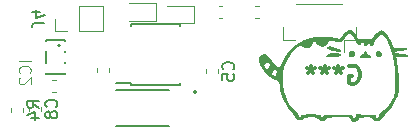
<source format=gbr>
%TF.GenerationSoftware,KiCad,Pcbnew,(5.99.0-3299-gfc1665ff2)*%
%TF.CreationDate,2020-09-21T16:58:29+07:00*%
%TF.ProjectId,smart_wristband,736d6172-745f-4777-9269-737462616e64,rev?*%
%TF.SameCoordinates,Original*%
%TF.FileFunction,Legend,Bot*%
%TF.FilePolarity,Positive*%
%FSLAX46Y46*%
G04 Gerber Fmt 4.6, Leading zero omitted, Abs format (unit mm)*
G04 Created by KiCad (PCBNEW (5.99.0-3299-gfc1665ff2)) date 2020-09-21 16:58:29*
%MOMM*%
%LPD*%
G01*
G04 APERTURE LIST*
%ADD10C,0.300000*%
%ADD11C,0.150000*%
%ADD12C,0.015000*%
%ADD13C,0.120000*%
%ADD14C,0.127000*%
%ADD15C,0.200000*%
%ADD16C,0.152400*%
G04 APERTURE END LIST*
D10*
%TO.C,G\u002A\u002A\u002A*%
X140842571Y-96738000D02*
X140987714Y-96665428D01*
X141205428Y-96665428D01*
X141423142Y-96738000D01*
X141568285Y-96883142D01*
X141640857Y-97028285D01*
X141713428Y-97318571D01*
X141713428Y-97536285D01*
X141640857Y-97826571D01*
X141568285Y-97971714D01*
X141423142Y-98116857D01*
X141205428Y-98189428D01*
X141060285Y-98189428D01*
X140842571Y-98116857D01*
X140770000Y-98044285D01*
X140770000Y-97536285D01*
X141060285Y-97536285D01*
X139899142Y-96665428D02*
X139899142Y-97028285D01*
X140262000Y-96883142D02*
X139899142Y-97028285D01*
X139536285Y-96883142D01*
X140116857Y-97318571D02*
X139899142Y-97028285D01*
X139681428Y-97318571D01*
X138738000Y-96665428D02*
X138738000Y-97028285D01*
X139100857Y-96883142D02*
X138738000Y-97028285D01*
X138375142Y-96883142D01*
X138955714Y-97318571D02*
X138738000Y-97028285D01*
X138520285Y-97318571D01*
X137576857Y-96665428D02*
X137576857Y-97028285D01*
X137939714Y-96883142D02*
X137576857Y-97028285D01*
X137214000Y-96883142D01*
X137794571Y-97318571D02*
X137576857Y-97028285D01*
X137359142Y-97318571D01*
D11*
%TO.C,R4*%
X114557380Y-100233333D02*
X114081190Y-99900000D01*
X114557380Y-99661904D02*
X113557380Y-99661904D01*
X113557380Y-100042857D01*
X113605000Y-100138095D01*
X113652619Y-100185714D01*
X113747857Y-100233333D01*
X113890714Y-100233333D01*
X113985952Y-100185714D01*
X114033571Y-100138095D01*
X114081190Y-100042857D01*
X114081190Y-99661904D01*
X113890714Y-101090476D02*
X114557380Y-101090476D01*
X113509761Y-100852380D02*
X114224047Y-100614285D01*
X114224047Y-101233333D01*
%TO.C,J4*%
X114997619Y-93033333D02*
X114283333Y-93033333D01*
X114140476Y-93080952D01*
X114045238Y-93176190D01*
X113997619Y-93319047D01*
X113997619Y-93414285D01*
X114664285Y-92128571D02*
X113997619Y-92128571D01*
X115045238Y-92366666D02*
X114330952Y-92604761D01*
X114330952Y-91985714D01*
%TO.C,C5*%
X130987142Y-96983333D02*
X131034761Y-96935714D01*
X131082380Y-96792857D01*
X131082380Y-96697619D01*
X131034761Y-96554761D01*
X130939523Y-96459523D01*
X130844285Y-96411904D01*
X130653809Y-96364285D01*
X130510952Y-96364285D01*
X130320476Y-96411904D01*
X130225238Y-96459523D01*
X130130000Y-96554761D01*
X130082380Y-96697619D01*
X130082380Y-96792857D01*
X130130000Y-96935714D01*
X130177619Y-96983333D01*
X130082380Y-97888095D02*
X130082380Y-97411904D01*
X130558571Y-97364285D01*
X130510952Y-97411904D01*
X130463333Y-97507142D01*
X130463333Y-97745238D01*
X130510952Y-97840476D01*
X130558571Y-97888095D01*
X130653809Y-97935714D01*
X130891904Y-97935714D01*
X130987142Y-97888095D01*
X131034761Y-97840476D01*
X131082380Y-97745238D01*
X131082380Y-97507142D01*
X131034761Y-97411904D01*
X130987142Y-97364285D01*
D12*
%TO.C,IC2*%
X113862380Y-96243809D02*
X112862380Y-96243809D01*
X113767142Y-97291428D02*
X113814761Y-97243809D01*
X113862380Y-97100952D01*
X113862380Y-97005714D01*
X113814761Y-96862857D01*
X113719523Y-96767619D01*
X113624285Y-96720000D01*
X113433809Y-96672380D01*
X113290952Y-96672380D01*
X113100476Y-96720000D01*
X113005238Y-96767619D01*
X112910000Y-96862857D01*
X112862380Y-97005714D01*
X112862380Y-97100952D01*
X112910000Y-97243809D01*
X112957619Y-97291428D01*
X112957619Y-97672380D02*
X112910000Y-97720000D01*
X112862380Y-97815238D01*
X112862380Y-98053333D01*
X112910000Y-98148571D01*
X112957619Y-98196190D01*
X113052857Y-98243809D01*
X113148095Y-98243809D01*
X113290952Y-98196190D01*
X113862380Y-97624761D01*
X113862380Y-98243809D01*
D11*
%TO.C,C8*%
X116012142Y-100158333D02*
X116059761Y-100110714D01*
X116107380Y-99967857D01*
X116107380Y-99872619D01*
X116059761Y-99729761D01*
X115964523Y-99634523D01*
X115869285Y-99586904D01*
X115678809Y-99539285D01*
X115535952Y-99539285D01*
X115345476Y-99586904D01*
X115250238Y-99634523D01*
X115155000Y-99729761D01*
X115107380Y-99872619D01*
X115107380Y-99967857D01*
X115155000Y-100110714D01*
X115202619Y-100158333D01*
X115535952Y-100729761D02*
X115488333Y-100634523D01*
X115440714Y-100586904D01*
X115345476Y-100539285D01*
X115297857Y-100539285D01*
X115202619Y-100586904D01*
X115155000Y-100634523D01*
X115107380Y-100729761D01*
X115107380Y-100920238D01*
X115155000Y-101015476D01*
X115202619Y-101063095D01*
X115297857Y-101110714D01*
X115345476Y-101110714D01*
X115440714Y-101063095D01*
X115488333Y-101015476D01*
X115535952Y-100920238D01*
X115535952Y-100729761D01*
X115583571Y-100634523D01*
X115631190Y-100586904D01*
X115726428Y-100539285D01*
X115916904Y-100539285D01*
X116012142Y-100586904D01*
X116059761Y-100634523D01*
X116107380Y-100729761D01*
X116107380Y-100920238D01*
X116059761Y-101015476D01*
X116012142Y-101063095D01*
X115916904Y-101110714D01*
X115726428Y-101110714D01*
X115631190Y-101063095D01*
X115583571Y-101015476D01*
X115535952Y-100920238D01*
%TO.C,G\u002A\u002A\u002A*%
G36*
X141153251Y-95436964D02*
G01*
X141195656Y-95456933D01*
X141293639Y-95576820D01*
X141326354Y-95738059D01*
X141277316Y-95881574D01*
X141163169Y-95955322D01*
X140992191Y-95968585D01*
X140846200Y-95899800D01*
X140784512Y-95806749D01*
X140775105Y-95653386D01*
X140848675Y-95517649D01*
X140982348Y-95434016D01*
X141153251Y-95436964D01*
G37*
G36*
X139677250Y-95609293D02*
G01*
X139903884Y-95623053D01*
X140032536Y-95645926D01*
X140090045Y-95686597D01*
X140103250Y-95753750D01*
X140102976Y-95766608D01*
X140083598Y-95828441D01*
X140015094Y-95868322D01*
X139871537Y-95895193D01*
X139627000Y-95917996D01*
X139539231Y-95924758D01*
X139253104Y-95943515D01*
X139065860Y-95946238D01*
X138955446Y-95930438D01*
X138899811Y-95893625D01*
X138876904Y-95833310D01*
X138906750Y-95731047D01*
X139050356Y-95653446D01*
X139301951Y-95611782D01*
X139653749Y-95608312D01*
X139677250Y-95609293D01*
G37*
G36*
X143507941Y-95480861D02*
G01*
X143605031Y-95602370D01*
X143627108Y-95753508D01*
X143551300Y-95899800D01*
X143430307Y-95963607D01*
X143258730Y-95962388D01*
X143120185Y-95881574D01*
X143094613Y-95841218D01*
X143073504Y-95685613D01*
X143128878Y-95531169D01*
X143244250Y-95436964D01*
X143358710Y-95423460D01*
X143507941Y-95480861D01*
G37*
G36*
X139478861Y-95083549D02*
G01*
X139736834Y-95137202D01*
X139998441Y-95225572D01*
X140138986Y-95327676D01*
X140155733Y-95442063D01*
X140096284Y-95507145D01*
X139951399Y-95507859D01*
X139836778Y-95484832D01*
X139624259Y-95444129D01*
X139384059Y-95399565D01*
X139196492Y-95357068D01*
X139002596Y-95277144D01*
X138928773Y-95182345D01*
X138978304Y-95075296D01*
X139040584Y-95048179D01*
X139206250Y-95046196D01*
X139478861Y-95083549D01*
G37*
G36*
X142285041Y-95461736D02*
G01*
X142345530Y-95575220D01*
X142378526Y-95660454D01*
X142503632Y-95733970D01*
X142563947Y-95750871D01*
X142651442Y-95834792D01*
X142651855Y-95941680D01*
X142556504Y-96023927D01*
X142461429Y-96046162D01*
X142268007Y-96059829D01*
X142055800Y-96052353D01*
X141873153Y-96026193D01*
X141768413Y-95983812D01*
X141763831Y-95979011D01*
X141731520Y-95870483D01*
X141788147Y-95767684D01*
X141906591Y-95722000D01*
X141988410Y-95698625D01*
X142051459Y-95579125D01*
X142086367Y-95490611D01*
X142181805Y-95433757D01*
X142285041Y-95461736D01*
G37*
G36*
X144926371Y-99214500D02*
G01*
X144726157Y-99700678D01*
X144414976Y-100187022D01*
X144022741Y-100614838D01*
X144007030Y-100629229D01*
X143816851Y-100818910D01*
X143658121Y-101003023D01*
X143563805Y-101143591D01*
X143522036Y-101220266D01*
X143413608Y-101322600D01*
X143237713Y-101361024D01*
X143154419Y-101364824D01*
X143001681Y-101331893D01*
X142879519Y-101218149D01*
X142829978Y-101159945D01*
X142754427Y-101103141D01*
X142646091Y-101071916D01*
X142473575Y-101058720D01*
X142205487Y-101056000D01*
X142130689Y-101056486D01*
X141883319Y-101066825D01*
X141718750Y-101088683D01*
X141659000Y-101119500D01*
X141625231Y-101196275D01*
X141532000Y-101310000D01*
X141497893Y-101341382D01*
X141310836Y-101431165D01*
X141121983Y-101398841D01*
X140950460Y-101246500D01*
X140809617Y-101056000D01*
X139892215Y-101056000D01*
X139725956Y-101056088D01*
X139413756Y-101058132D01*
X139196541Y-101065463D01*
X139051819Y-101081436D01*
X138957098Y-101109406D01*
X138889885Y-101152725D01*
X138827689Y-101214750D01*
X138821773Y-101221022D01*
X138681032Y-101328924D01*
X138547501Y-101373500D01*
X138542129Y-101373376D01*
X138406640Y-101324772D01*
X138267312Y-101214750D01*
X138210857Y-101158407D01*
X138126342Y-101102989D01*
X138010080Y-101072166D01*
X137830334Y-101058862D01*
X137555369Y-101056000D01*
X137418944Y-101056541D01*
X137190151Y-101063658D01*
X137047910Y-101083430D01*
X136964259Y-101121373D01*
X136911237Y-101182999D01*
X136791522Y-101277118D01*
X136623332Y-101298256D01*
X136450623Y-101254808D01*
X136315858Y-101157593D01*
X136261500Y-101017432D01*
X136261478Y-101016407D01*
X136217419Y-100931314D01*
X136105220Y-100789898D01*
X135948676Y-100622223D01*
X135922705Y-100595609D01*
X135683042Y-100293704D01*
X135452619Y-99913071D01*
X135246622Y-99488298D01*
X135080235Y-99053974D01*
X134968642Y-98644687D01*
X134927028Y-98295026D01*
X134920346Y-98169060D01*
X134886494Y-98069850D01*
X134803531Y-97983825D01*
X134649478Y-97888661D01*
X134402358Y-97762029D01*
X134281431Y-97698143D01*
X134137328Y-97598228D01*
X135191852Y-97598228D01*
X135205773Y-97912750D01*
X135215397Y-98051492D01*
X135248340Y-98375878D01*
X135291310Y-98674594D01*
X135337529Y-98897000D01*
X135458524Y-99262218D01*
X135670625Y-99722280D01*
X135925278Y-100130735D01*
X136201510Y-100449887D01*
X136367165Y-100619079D01*
X136493136Y-100774734D01*
X136550304Y-100881355D01*
X136584996Y-101005376D01*
X136633966Y-101030008D01*
X136703090Y-100934438D01*
X136732720Y-100888575D01*
X136785182Y-100848753D01*
X136876400Y-100823430D01*
X137028433Y-100809360D01*
X137263340Y-100803299D01*
X137603180Y-100802000D01*
X137893657Y-100802799D01*
X138142853Y-100807605D01*
X138303615Y-100819531D01*
X138396974Y-100841675D01*
X138443960Y-100877132D01*
X138465601Y-100929000D01*
X138511417Y-101029972D01*
X138579438Y-101040347D01*
X138643180Y-100927645D01*
X138648176Y-100912866D01*
X138671142Y-100872292D01*
X138717313Y-100843200D01*
X138803985Y-100824064D01*
X138948451Y-100813355D01*
X139168010Y-100809546D01*
X139479956Y-100811110D01*
X139901585Y-100816520D01*
X140138239Y-100819932D01*
X140499148Y-100826272D01*
X140759064Y-100834291D01*
X140935009Y-100846190D01*
X141044007Y-100864171D01*
X141103079Y-100890437D01*
X141129250Y-100927187D01*
X141139542Y-100976625D01*
X141152421Y-101031893D01*
X141218818Y-101111618D01*
X141302522Y-101086376D01*
X141368036Y-100958918D01*
X141408339Y-100798337D01*
X142248045Y-100816043D01*
X142294656Y-100817031D01*
X142621141Y-100825106D01*
X142843734Y-100835451D01*
X142983079Y-100851921D01*
X143059816Y-100878371D01*
X143094590Y-100918654D01*
X143108042Y-100976625D01*
X143150077Y-101092884D01*
X143218764Y-101117792D01*
X143282152Y-101049496D01*
X143310000Y-100899540D01*
X143321935Y-100843186D01*
X143425679Y-100709146D01*
X143642545Y-100544998D01*
X143754144Y-100464279D01*
X144077381Y-100148135D01*
X144364691Y-99744944D01*
X144593528Y-99284584D01*
X144611423Y-99239153D01*
X144659669Y-99099478D01*
X144693485Y-98955807D01*
X144715243Y-98783544D01*
X144727314Y-98558094D01*
X144732068Y-98254861D01*
X144731875Y-97849250D01*
X144730933Y-97668160D01*
X144725981Y-97300001D01*
X144714369Y-97013069D01*
X144692477Y-96774865D01*
X144656681Y-96552889D01*
X144603362Y-96314641D01*
X144528898Y-96027623D01*
X144502600Y-95930671D01*
X144338901Y-95381909D01*
X144172461Y-94912001D01*
X144007717Y-94530276D01*
X143849108Y-94246064D01*
X143701069Y-94068696D01*
X143568040Y-94007499D01*
X143514434Y-94022276D01*
X143380152Y-94116691D01*
X143225973Y-94270049D01*
X143080433Y-94449111D01*
X142972067Y-94620638D01*
X142929410Y-94751390D01*
X142887052Y-94878030D01*
X142769932Y-94971522D01*
X142627375Y-94977877D01*
X142585138Y-94944522D01*
X142548000Y-94831455D01*
X142538632Y-94764188D01*
X142484500Y-94674249D01*
X142445804Y-94677130D01*
X142421000Y-94763518D01*
X142379586Y-94880547D01*
X142261181Y-94971318D01*
X142119375Y-94977877D01*
X142077138Y-94944522D01*
X142040000Y-94831455D01*
X142039413Y-94809278D01*
X142000831Y-94693533D01*
X141926492Y-94687510D01*
X141850953Y-94797428D01*
X141772144Y-94926581D01*
X141665233Y-94954485D01*
X141546180Y-94864132D01*
X141423748Y-94658375D01*
X141368953Y-94546731D01*
X141219506Y-94296029D01*
X141065976Y-94101213D01*
X140926100Y-93982692D01*
X140817614Y-93960875D01*
X140816687Y-93961242D01*
X140728781Y-94031100D01*
X140597144Y-94174291D01*
X140449909Y-94360258D01*
X140363984Y-94475719D01*
X140249729Y-94614719D01*
X140159629Y-94682066D01*
X140061006Y-94697591D01*
X139921183Y-94681124D01*
X139756086Y-94656212D01*
X139469871Y-94615044D01*
X139276980Y-94595457D01*
X139155081Y-94599849D01*
X139081841Y-94630617D01*
X139034925Y-94690158D01*
X138992000Y-94780869D01*
X138948925Y-94857987D01*
X138783489Y-95008720D01*
X138576007Y-95070089D01*
X138360174Y-95043737D01*
X138169686Y-94931303D01*
X138038238Y-94734429D01*
X138010603Y-94674804D01*
X137918747Y-94588003D01*
X137827596Y-94618945D01*
X137764247Y-94764642D01*
X137707122Y-94925322D01*
X137551431Y-95105195D01*
X137339953Y-95198816D01*
X137103761Y-95195077D01*
X136873927Y-95082873D01*
X136789688Y-95021715D01*
X136705099Y-94992254D01*
X136609294Y-95017468D01*
X136473412Y-95106139D01*
X136268590Y-95267048D01*
X136083943Y-95438325D01*
X135789965Y-95810822D01*
X135533699Y-96262847D01*
X135333639Y-96764770D01*
X135281837Y-96931675D01*
X135235092Y-97114473D01*
X135224527Y-97155788D01*
X135196318Y-97361940D01*
X135191852Y-97598228D01*
X134137328Y-97598228D01*
X133923179Y-97449747D01*
X133828128Y-97349960D01*
X134332237Y-97349960D01*
X134373048Y-97419396D01*
X134425162Y-97458535D01*
X134543425Y-97521074D01*
X134613931Y-97481433D01*
X134669055Y-97329813D01*
X134687964Y-97255159D01*
X134701280Y-97114473D01*
X134656613Y-97043410D01*
X134639091Y-97032481D01*
X134556482Y-96999918D01*
X134490156Y-97041029D01*
X134402615Y-97175283D01*
X134368390Y-97236632D01*
X134332237Y-97349960D01*
X133828128Y-97349960D01*
X133616761Y-97128064D01*
X133335039Y-96706250D01*
X133272426Y-96587941D01*
X133601977Y-96587941D01*
X133625650Y-96649404D01*
X133705206Y-96763457D01*
X133830390Y-96922602D01*
X133999508Y-96746081D01*
X134036754Y-96706916D01*
X134119245Y-96605503D01*
X134121834Y-96539007D01*
X134052608Y-96464564D01*
X133988154Y-96416588D01*
X133900822Y-96403400D01*
X133783248Y-96457147D01*
X133603136Y-96586599D01*
X133601977Y-96587941D01*
X133272426Y-96587941D01*
X133260841Y-96566053D01*
X133162854Y-96267687D01*
X133177921Y-96018944D01*
X133305864Y-95814363D01*
X133395176Y-95735952D01*
X133577864Y-95652535D01*
X133760468Y-95683243D01*
X133952591Y-95831271D01*
X134163836Y-96099813D01*
X134309744Y-96296839D01*
X134491856Y-96509508D01*
X134520971Y-96539007D01*
X134671028Y-96691047D01*
X134823444Y-96817522D01*
X134925286Y-96864999D01*
X134938308Y-96860040D01*
X134996610Y-96777935D01*
X135057783Y-96626875D01*
X135116261Y-96459322D01*
X135376165Y-95916826D01*
X135717897Y-95429810D01*
X136123358Y-95021107D01*
X136574447Y-94713550D01*
X137000175Y-94511429D01*
X137472416Y-94351877D01*
X137964321Y-94259451D01*
X138499373Y-94231565D01*
X139101058Y-94265630D01*
X139792858Y-94359062D01*
X139804346Y-94360942D01*
X139950867Y-94377934D01*
X140050531Y-94354914D01*
X140143140Y-94270474D01*
X140268494Y-94103202D01*
X140324519Y-94028142D01*
X140555943Y-93785837D01*
X140777239Y-93669711D01*
X140991305Y-93679699D01*
X141201038Y-93815736D01*
X141409337Y-94077758D01*
X141608740Y-94388500D01*
X142732516Y-94388500D01*
X142941883Y-94127937D01*
X142951627Y-94115916D01*
X143170669Y-93892404D01*
X143392367Y-93743878D01*
X143587725Y-93689999D01*
X143669478Y-93707300D01*
X143840545Y-93822023D01*
X144025171Y-94026711D01*
X144208552Y-94300794D01*
X144375884Y-94623699D01*
X144512363Y-94974856D01*
X144589178Y-95211963D01*
X145156089Y-95171723D01*
X145327981Y-95160237D01*
X145536356Y-95151874D01*
X145655849Y-95160232D01*
X145710163Y-95188092D01*
X145723001Y-95238234D01*
X145716193Y-95297462D01*
X145677413Y-95346196D01*
X145582906Y-95380418D01*
X145409030Y-95408090D01*
X145132143Y-95437171D01*
X144983162Y-95454802D01*
X144793319Y-95495717D01*
X144726634Y-95542344D01*
X144780987Y-95590244D01*
X144954260Y-95634978D01*
X145244332Y-95672106D01*
X145301255Y-95677505D01*
X145529577Y-95703227D01*
X145697096Y-95728569D01*
X145770910Y-95748742D01*
X145781297Y-95778336D01*
X145763094Y-95881905D01*
X145732136Y-95928106D01*
X145656581Y-95956075D01*
X145511898Y-95958629D01*
X145269856Y-95939038D01*
X144815714Y-95894288D01*
X144855779Y-96078019D01*
X144888025Y-96232151D01*
X144998965Y-96911770D01*
X145058823Y-97574381D01*
X145067045Y-98195418D01*
X145062335Y-98254861D01*
X145023079Y-98750314D01*
X144926371Y-99214500D01*
G37*
D13*
%TO.C,J5*%
X140240000Y-91415000D02*
X136360000Y-91415000D01*
X135190000Y-94535000D02*
X136240000Y-94535000D01*
X135190000Y-93385000D02*
X135190000Y-94535000D01*
X140360000Y-94535000D02*
X140360000Y-95525000D01*
X141410000Y-94535000D02*
X140360000Y-94535000D01*
X141410000Y-93385000D02*
X141410000Y-94535000D01*
%TO.C,D1*%
X127660000Y-91590000D02*
X127660000Y-93060000D01*
X127660000Y-93060000D02*
X125375000Y-93060000D01*
X125375000Y-91590000D02*
X127660000Y-91590000D01*
%TO.C,R4*%
X112165000Y-100562779D02*
X112165000Y-100237221D01*
X113185000Y-100562779D02*
X113185000Y-100237221D01*
%TO.C,R7*%
X132862221Y-92635000D02*
X133187779Y-92635000D01*
X132862221Y-91615000D02*
X133187779Y-91615000D01*
%TO.C,J4*%
X115890000Y-92700000D02*
X115890000Y-93760000D01*
X120010000Y-91640000D02*
X120010000Y-93760000D01*
X117950000Y-91640000D02*
X117950000Y-93760000D01*
X115890000Y-93760000D02*
X116950000Y-93760000D01*
X117950000Y-91640000D02*
X120010000Y-91640000D01*
X117950000Y-93760000D02*
X120010000Y-93760000D01*
D14*
%TO.C,Q1*%
X125575000Y-101790000D02*
X121075000Y-101790000D01*
X125575000Y-98760000D02*
X121075000Y-98760000D01*
D15*
X127865000Y-98900000D02*
G75*
G03*
X127865000Y-98900000I-100000J0D01*
G01*
D13*
%TO.C,C5*%
X129710000Y-97321267D02*
X129710000Y-96978733D01*
X128690000Y-97321267D02*
X128690000Y-96978733D01*
%TO.C,D2*%
X124485000Y-92860000D02*
X122200000Y-92860000D01*
X124485000Y-91390000D02*
X124485000Y-92860000D01*
X122200000Y-91390000D02*
X124485000Y-91390000D01*
%TO.C,R6*%
X130087779Y-91615000D02*
X129762221Y-91615000D01*
X130087779Y-92635000D02*
X129762221Y-92635000D01*
D16*
%TO.C,IC2*%
X115140000Y-97278000D02*
X115140000Y-97372000D01*
X116760000Y-97372000D02*
X116760000Y-97278000D01*
X116760000Y-96472000D02*
X116760000Y-96378000D01*
X115140000Y-97372000D02*
X116760000Y-97372000D01*
X116760000Y-95522000D02*
X116760000Y-95428000D01*
X116760000Y-94622000D02*
X116760000Y-94528000D01*
X116760000Y-94528000D02*
X115140000Y-94528000D01*
X115140000Y-94528000D02*
X115140000Y-94622000D01*
X115140000Y-95428000D02*
X115140000Y-96472000D01*
D14*
X116350000Y-94950000D02*
G75*
G03*
X116350000Y-94950000I-100000J0D01*
G01*
D13*
%TO.C,R3*%
X119465000Y-96862221D02*
X119465000Y-97187779D01*
X120485000Y-96862221D02*
X120485000Y-97187779D01*
D11*
%TO.C,IC1*%
X122350000Y-98300000D02*
X122350000Y-98100000D01*
X122350000Y-93150000D02*
X122350000Y-93350000D01*
X122350000Y-93150000D02*
X126500000Y-93150000D01*
X126500000Y-93150000D02*
X126500000Y-93350000D01*
X126500000Y-98300000D02*
X126500000Y-98100000D01*
X122350000Y-98100000D02*
X121050000Y-98100000D01*
X122350000Y-98300000D02*
X126500000Y-98300000D01*
D13*
%TO.C,R5*%
X115987779Y-98935000D02*
X115662221Y-98935000D01*
X115987779Y-97915000D02*
X115662221Y-97915000D01*
%TO.C,C8*%
X113715000Y-100496267D02*
X113715000Y-100153733D01*
X114735000Y-100496267D02*
X114735000Y-100153733D01*
%TD*%
M02*

</source>
